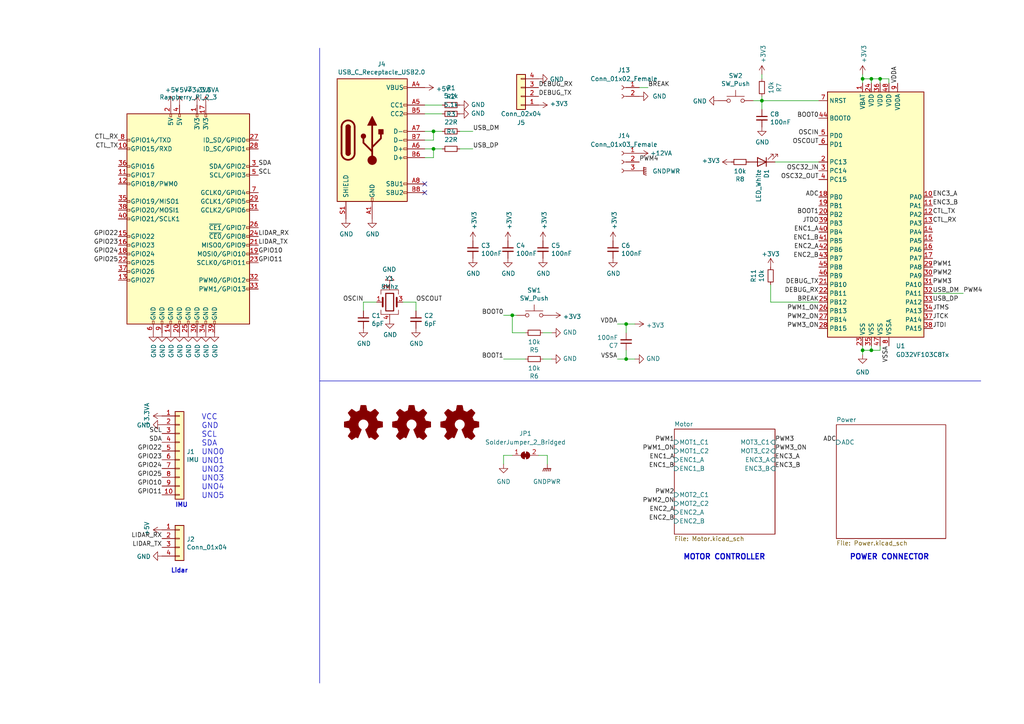
<source format=kicad_sch>
(kicad_sch (version 20230121) (generator eeschema)
  (paper "A4")
  (lib_symbols
    (symbol "BaseBoard-rescue:USB_C_Receptacle_USB2.0-Connector" (pin_names (offset 1.016))
      (property "Reference" "J" (at -10.16 19.05 0))
      (property "Value" "USB_C_Receptacle_USB2.0-Connector" (at 19.05 19.05 0))
      (symbol "USB_C_Receptacle_USB2.0-Connector_1_1"
        (pin power_in line (at 0 -22.86 90) (length 5.08) (name "GND") (number "A1"))
        (pin passive line (at 0 -22.86 90) (length 5.08) hide (name "GND") (number "A12"))
        (pin power_in line (at 15.24 15.24 180) (length 5.08) (name "VBUS") (number "A4"))
        (pin bidirectional line (at 15.24 10.16 180) (length 5.08) (name "CC1") (number "A5"))
        (pin bidirectional line (at 15.24 -2.54 180) (length 5.08) (name "D+") (number "A6"))
        (pin bidirectional line (at 15.24 2.54 180) (length 5.08) (name "D-") (number "A7"))
        (pin bidirectional line (at 15.24 -12.7 180) (length 5.08) (name "SBU1") (number "A8"))
        (pin passive line (at 15.24 15.24 180) (length 5.08) hide (name "VBUS") (number "A9"))
        (pin passive line (at 0 -22.86 90) (length 5.08) hide (name "GND") (number "B1"))
        (pin passive line (at 0 -22.86 90) (length 5.08) hide (name "GND") (number "B12"))
        (pin passive line (at 15.24 15.24 180) (length 5.08) hide (name "VBUS") (number "B4"))
        (pin bidirectional line (at 15.24 7.62 180) (length 5.08) (name "CC2") (number "B5"))
        (pin bidirectional line (at 15.24 -5.08 180) (length 5.08) (name "D+") (number "B6"))
        (pin bidirectional line (at 15.24 0 180) (length 5.08) (name "D-") (number "B7"))
        (pin bidirectional line (at 15.24 -15.24 180) (length 5.08) (name "SBU2") (number "B8"))
        (pin passive line (at 15.24 15.24 180) (length 5.08) hide (name "VBUS") (number "B9"))
        (pin passive line (at -7.62 -22.86 90) (length 5.08) (name "SHIELD") (number "S1"))
      )
    )
    (symbol "Connector:Conn_01x02_Female" (pin_names (offset 1.016) hide)
      (property "Reference" "J" (at 0 2.54 0))
      (property "Value" "Conn_01x02_Female" (at 0 -5.08 0))
      (symbol "Conn_01x02_Female_1_1"
        (pin passive line (at -5.08 0 0) (length 3.81) (name "Pin_1") (number "1"))
        (pin passive line (at -5.08 -2.54 0) (length 3.81) (name "Pin_2") (number "2"))
      )
    )
    (symbol "Connector:Conn_01x03_Female" (pin_names (offset 1.016) hide)
      (property "Reference" "J" (at 0 5.08 0))
      (property "Value" "Conn_01x03_Female" (at 0 -5.08 0))
      (symbol "Conn_01x03_Female_1_1"
        (pin passive line (at -5.08 2.54 0) (length 3.81) (name "Pin_1") (number "1"))
        (pin passive line (at -5.08 0 0) (length 3.81) (name "Pin_2") (number "2"))
        (pin passive line (at -5.08 -2.54 0) (length 3.81) (name "Pin_3") (number "3"))
      )
    )
    (symbol "Connector:Raspberry_Pi_2_3" (pin_names (offset 1.016))
      (property "Reference" "J" (at -17.78 31.75 0))
      (property "Value" "Raspberry_Pi_2_3" (at 10.16 -31.75 0))
      (symbol "Raspberry_Pi_2_3_1_1"
        (pin power_in line (at 2.54 33.02 270) (length 2.54) (name "3V3") (number "1"))
        (pin bidirectional line (at -20.32 20.32 0) (length 2.54) (name "GPIO15/RXD") (number "10"))
        (pin bidirectional line (at -20.32 12.7 0) (length 2.54) (name "GPIO17") (number "11"))
        (pin bidirectional line (at -20.32 10.16 0) (length 2.54) (name "GPIO18/PWM0") (number "12"))
        (pin bidirectional line (at -20.32 -17.78 0) (length 2.54) (name "GPIO27") (number "13"))
        (pin power_in line (at -5.08 -33.02 90) (length 2.54) (name "GND") (number "14"))
        (pin bidirectional line (at -20.32 -5.08 0) (length 2.54) (name "GPIO22") (number "15"))
        (pin bidirectional line (at -20.32 -7.62 0) (length 2.54) (name "GPIO23") (number "16"))
        (pin power_in line (at 5.08 33.02 270) (length 2.54) (name "3V3") (number "17"))
        (pin bidirectional line (at -20.32 -10.16 0) (length 2.54) (name "GPIO24") (number "18"))
        (pin bidirectional line (at 20.32 -10.16 180) (length 2.54) (name "MOSI0/GPIO10") (number "19"))
        (pin power_in line (at -5.08 33.02 270) (length 2.54) (name "5V") (number "2"))
        (pin power_in line (at -2.54 -33.02 90) (length 2.54) (name "GND") (number "20"))
        (pin bidirectional line (at 20.32 -7.62 180) (length 2.54) (name "MISO0/GPIO9") (number "21"))
        (pin bidirectional line (at -20.32 -12.7 0) (length 2.54) (name "GPIO25") (number "22"))
        (pin bidirectional line (at 20.32 -12.7 180) (length 2.54) (name "SCLK0/GPIO11") (number "23"))
        (pin bidirectional line (at 20.32 -5.08 180) (length 2.54) (name "~{CE0}/GPIO8") (number "24"))
        (pin power_in line (at 0 -33.02 90) (length 2.54) (name "GND") (number "25"))
        (pin bidirectional line (at 20.32 -2.54 180) (length 2.54) (name "~{CE1}/GPIO7") (number "26"))
        (pin bidirectional line (at 20.32 22.86 180) (length 2.54) (name "ID_SD/GPIO0") (number "27"))
        (pin bidirectional line (at 20.32 20.32 180) (length 2.54) (name "ID_SC/GPIO1") (number "28"))
        (pin bidirectional line (at 20.32 5.08 180) (length 2.54) (name "GCLK1/GPIO5") (number "29"))
        (pin bidirectional line (at 20.32 15.24 180) (length 2.54) (name "SDA/GPIO2") (number "3"))
        (pin power_in line (at 2.54 -33.02 90) (length 2.54) (name "GND") (number "30"))
        (pin bidirectional line (at 20.32 2.54 180) (length 2.54) (name "GCLK2/GPIO6") (number "31"))
        (pin bidirectional line (at 20.32 -17.78 180) (length 2.54) (name "PWM0/GPIO12") (number "32"))
        (pin bidirectional line (at 20.32 -20.32 180) (length 2.54) (name "PWM1/GPIO13") (number "33"))
        (pin power_in line (at 5.08 -33.02 90) (length 2.54) (name "GND") (number "34"))
        (pin bidirectional line (at -20.32 5.08 0) (length 2.54) (name "GPIO19/MISO1") (number "35"))
        (pin bidirectional line (at -20.32 15.24 0) (length 2.54) (name "GPIO16") (number "36"))
        (pin bidirectional line (at -20.32 -15.24 0) (length 2.54) (name "GPIO26") (number "37"))
        (pin bidirectional line (at -20.32 2.54 0) (length 2.54) (name "GPIO20/MOSI1") (number "38"))
        (pin power_in line (at 7.62 -33.02 90) (length 2.54) (name "GND") (number "39"))
        (pin power_in line (at -2.54 33.02 270) (length 2.54) (name "5V") (number "4"))
        (pin bidirectional line (at -20.32 0 0) (length 2.54) (name "GPIO21/SCLK1") (number "40"))
        (pin bidirectional line (at 20.32 12.7 180) (length 2.54) (name "SCL/GPIO3") (number "5"))
        (pin power_in line (at -10.16 -33.02 90) (length 2.54) (name "GND") (number "6"))
        (pin bidirectional line (at 20.32 7.62 180) (length 2.54) (name "GCLK0/GPIO4") (number "7"))
        (pin bidirectional line (at -20.32 22.86 0) (length 2.54) (name "GPIO14/TXD") (number "8"))
        (pin power_in line (at -7.62 -33.02 90) (length 2.54) (name "GND") (number "9"))
      )
    )
    (symbol "Connector_Generic:Conn_01x04" (pin_names (offset 1.016) hide)
      (property "Reference" "J" (at 0 5.08 0))
      (property "Value" "Conn_01x04" (at 0 -7.62 0))
      (symbol "Conn_01x04_1_1"
        (pin passive line (at -5.08 2.54 0) (length 3.81) (name "Pin_1") (number "1"))
        (pin passive line (at -5.08 0 0) (length 3.81) (name "Pin_2") (number "2"))
        (pin passive line (at -5.08 -2.54 0) (length 3.81) (name "Pin_3") (number "3"))
        (pin passive line (at -5.08 -5.08 0) (length 3.81) (name "Pin_4") (number "4"))
      )
    )
    (symbol "Connector_Generic:Conn_01x10" (pin_names (offset 1.016) hide)
      (property "Reference" "J" (at 0 12.7 0))
      (property "Value" "Conn_01x10" (at 0 -15.24 0))
      (symbol "Conn_01x10_1_1"
        (pin passive line (at -5.08 10.16 0) (length 3.81) (name "Pin_1") (number "1"))
        (pin passive line (at -5.08 -12.7 0) (length 3.81) (name "Pin_10") (number "10"))
        (pin passive line (at -5.08 7.62 0) (length 3.81) (name "Pin_2") (number "2"))
        (pin passive line (at -5.08 5.08 0) (length 3.81) (name "Pin_3") (number "3"))
        (pin passive line (at -5.08 2.54 0) (length 3.81) (name "Pin_4") (number "4"))
        (pin passive line (at -5.08 0 0) (length 3.81) (name "Pin_5") (number "5"))
        (pin passive line (at -5.08 -2.54 0) (length 3.81) (name "Pin_6") (number "6"))
        (pin passive line (at -5.08 -5.08 0) (length 3.81) (name "Pin_7") (number "7"))
        (pin passive line (at -5.08 -7.62 0) (length 3.81) (name "Pin_8") (number "8"))
        (pin passive line (at -5.08 -10.16 0) (length 3.81) (name "Pin_9") (number "9"))
      )
    )
    (symbol "Device:C_Small" (pin_numbers hide) (pin_names (offset 0.254) hide)
      (property "Reference" "C" (at 0.254 1.778 0))
      (property "Value" "C_Small" (at 0.254 -2.032 0))
      (symbol "C_Small_1_1"
        (pin passive line (at 0 2.54 270) (length 2.032) (name "~") (number "1"))
        (pin passive line (at 0 -2.54 90) (length 2.032) (name "~") (number "2"))
      )
    )
    (symbol "Device:Crystal_GND24" (pin_names (offset 1.016) hide)
      (property "Reference" "Y" (at 3.175 5.08 0))
      (property "Value" "Crystal_GND24" (at 3.175 3.175 0))
      (symbol "Crystal_GND24_1_1"
        (pin passive line (at -3.81 0 0) (length 1.27) (name "1") (number "1"))
        (pin passive line (at 0 5.08 270) (length 1.27) (name "2") (number "2"))
        (pin passive line (at 3.81 0 180) (length 1.27) (name "3") (number "3"))
        (pin passive line (at 0 -5.08 90) (length 1.27) (name "4") (number "4"))
      )
    )
    (symbol "Device:LED" (pin_numbers hide) (pin_names (offset 1.016) hide)
      (property "Reference" "D" (at 0 2.54 0))
      (property "Value" "LED" (at 0 -2.54 0))
      (symbol "LED_1_1"
        (pin passive line (at -3.81 0 0) (length 2.54) (name "K") (number "1"))
        (pin passive line (at 3.81 0 180) (length 2.54) (name "A") (number "2"))
      )
    )
    (symbol "Device:R_Small" (pin_numbers hide) (pin_names (offset 0.254) hide)
      (property "Reference" "R" (at 0.762 0.508 0))
      (property "Value" "R_Small" (at 0.762 -1.016 0))
      (symbol "R_Small_1_1"
        (pin passive line (at 0 2.54 270) (length 0.762) (name "~") (number "1"))
        (pin passive line (at 0 -2.54 90) (length 0.762) (name "~") (number "2"))
      )
    )
    (symbol "Graphic:Logo_Open_Hardware_Small" (pin_names (offset 1.016)))
    (symbol "Jumper:SolderJumper_2_Bridged" (pin_names (offset 0) hide)
      (property "Reference" "JP" (at 0 2.032 0))
      (property "Value" "SolderJumper_2_Bridged" (at 0 -2.54 0))
      (symbol "SolderJumper_2_Bridged_1_1"
        (pin passive line (at -3.81 0 0) (length 2.54) (name "A") (number "1"))
        (pin passive line (at 3.81 0 180) (length 2.54) (name "B") (number "2"))
      )
    )
    (symbol "MCU_ST_STM32F1:STM32F103C8Tx"
      (property "Reference" "U" (at -15.24 36.83 0))
      (property "Value" "STM32F103C8Tx" (at 7.62 36.83 0))
      (symbol "STM32F103C8Tx_1_1"
        (pin power_in line (at -5.08 38.1 270) (length 2.54) (name "VBAT") (number "1"))
        (pin bidirectional line (at 15.24 5.08 180) (length 2.54) (name "PA0") (number "10"))
        (pin bidirectional line (at 15.24 2.54 180) (length 2.54) (name "PA1") (number "11"))
        (pin bidirectional line (at 15.24 0 180) (length 2.54) (name "PA2") (number "12"))
        (pin bidirectional line (at 15.24 -2.54 180) (length 2.54) (name "PA3") (number "13"))
        (pin bidirectional line (at 15.24 -5.08 180) (length 2.54) (name "PA4") (number "14"))
        (pin bidirectional line (at 15.24 -7.62 180) (length 2.54) (name "PA5") (number "15"))
        (pin bidirectional line (at 15.24 -10.16 180) (length 2.54) (name "PA6") (number "16"))
        (pin bidirectional line (at 15.24 -12.7 180) (length 2.54) (name "PA7") (number "17"))
        (pin bidirectional line (at -17.78 5.08 0) (length 2.54) (name "PB0") (number "18"))
        (pin bidirectional line (at -17.78 2.54 0) (length 2.54) (name "PB1") (number "19"))
        (pin bidirectional line (at -17.78 15.24 0) (length 2.54) (name "PC13") (number "2"))
        (pin bidirectional line (at -17.78 0 0) (length 2.54) (name "PB2") (number "20"))
        (pin bidirectional line (at -17.78 -20.32 0) (length 2.54) (name "PB10") (number "21"))
        (pin bidirectional line (at -17.78 -22.86 0) (length 2.54) (name "PB11") (number "22"))
        (pin power_in line (at -5.08 -38.1 90) (length 2.54) (name "VSS") (number "23"))
        (pin power_in line (at -2.54 38.1 270) (length 2.54) (name "VDD") (number "24"))
        (pin bidirectional line (at -17.78 -25.4 0) (length 2.54) (name "PB12") (number "25"))
        (pin bidirectional line (at -17.78 -27.94 0) (length 2.54) (name "PB13") (number "26"))
        (pin bidirectional line (at -17.78 -30.48 0) (length 2.54) (name "PB14") (number "27"))
        (pin bidirectional line (at -17.78 -33.02 0) (length 2.54) (name "PB15") (number "28"))
        (pin bidirectional line (at 15.24 -15.24 180) (length 2.54) (name "PA8") (number "29"))
        (pin bidirectional line (at -17.78 12.7 0) (length 2.54) (name "PC14") (number "3"))
        (pin bidirectional line (at 15.24 -17.78 180) (length 2.54) (name "PA9") (number "30"))
        (pin bidirectional line (at 15.24 -20.32 180) (length 2.54) (name "PA10") (number "31"))
        (pin bidirectional line (at 15.24 -22.86 180) (length 2.54) (name "PA11") (number "32"))
        (pin bidirectional line (at 15.24 -25.4 180) (length 2.54) (name "PA12") (number "33"))
        (pin bidirectional line (at 15.24 -27.94 180) (length 2.54) (name "PA13") (number "34"))
        (pin power_in line (at -2.54 -38.1 90) (length 2.54) (name "VSS") (number "35"))
        (pin power_in line (at 0 38.1 270) (length 2.54) (name "VDD") (number "36"))
        (pin bidirectional line (at 15.24 -30.48 180) (length 2.54) (name "PA14") (number "37"))
        (pin bidirectional line (at 15.24 -33.02 180) (length 2.54) (name "PA15") (number "38"))
        (pin bidirectional line (at -17.78 -2.54 0) (length 2.54) (name "PB3") (number "39"))
        (pin bidirectional line (at -17.78 10.16 0) (length 2.54) (name "PC15") (number "4"))
        (pin bidirectional line (at -17.78 -5.08 0) (length 2.54) (name "PB4") (number "40"))
        (pin bidirectional line (at -17.78 -7.62 0) (length 2.54) (name "PB5") (number "41"))
        (pin bidirectional line (at -17.78 -10.16 0) (length 2.54) (name "PB6") (number "42"))
        (pin bidirectional line (at -17.78 -12.7 0) (length 2.54) (name "PB7") (number "43"))
        (pin input line (at -17.78 27.94 0) (length 2.54) (name "BOOT0") (number "44"))
        (pin bidirectional line (at -17.78 -15.24 0) (length 2.54) (name "PB8") (number "45"))
        (pin bidirectional line (at -17.78 -17.78 0) (length 2.54) (name "PB9") (number "46"))
        (pin power_in line (at 0 -38.1 90) (length 2.54) (name "VSS") (number "47"))
        (pin power_in line (at 2.54 38.1 270) (length 2.54) (name "VDD") (number "48"))
        (pin input line (at -17.78 22.86 0) (length 2.54) (name "PD0") (number "5"))
        (pin input line (at -17.78 20.32 0) (length 2.54) (name "PD1") (number "6"))
        (pin input line (at -17.78 33.02 0) (length 2.54) (name "NRST") (number "7"))
        (pin power_in line (at 2.54 -38.1 90) (length 2.54) (name "VSSA") (number "8"))
        (pin power_in line (at 5.08 38.1 270) (length 2.54) (name "VDDA") (number "9"))
      )
    )
    (symbol "Switch:SW_Push" (pin_numbers hide) (pin_names (offset 1.016) hide)
      (property "Reference" "SW" (at 1.27 2.54 0))
      (property "Value" "SW_Push" (at 0 -1.524 0))
      (symbol "SW_Push_0_1"
        (pin passive line (at -5.08 0 0) (length 2.54) (name "1") (number "1"))
        (pin passive line (at 5.08 0 180) (length 2.54) (name "2") (number "2"))
      )
    )
    (symbol "power:+12VA" (power) (pin_names (offset 0))
      (property "Value" "+12VA" (at 0 3.556 0))
      (symbol "+12VA_1_1"
        (pin power_in line (at 0 0 90) (length 0) hide (name "+12VA") (number "1"))
      )
    )
    (symbol "power:+3.3V" (power) (pin_names (offset 0))
      (property "Value" "+3.3V" (at 0 3.556 0))
      (symbol "+3.3V_1_1"
        (pin power_in line (at 0 0 90) (length 0) hide (name "+3V3") (number "1"))
      )
    )
    (symbol "power:+3.3VA" (power) (pin_names (offset 0))
      (property "Value" "+3.3VA" (at 0 3.556 0))
      (symbol "+3.3VA_1_1"
        (pin power_in line (at 0 0 90) (length 0) hide (name "+3.3VA") (number "1"))
      )
    )
    (symbol "power:+5V" (power) (pin_names (offset 0))
      (property "Value" "+5V" (at 0 3.556 0))
      (symbol "+5V_1_1"
        (pin power_in line (at 0 0 90) (length 0) hide (name "+5V") (number "1"))
      )
    )
    (symbol "power:GND" (power) (pin_names (offset 0))
      (property "Value" "GND" (at 0 -3.81 0))
      (symbol "GND_1_1"
        (pin power_in line (at 0 0 270) (length 0) hide (name "GND") (number "1"))
      )
    )
    (symbol "power:GNDPWR" (power) (pin_names (offset 0))
      (property "Value" "GNDPWR" (at 0 -3.302 0))
      (symbol "GNDPWR_1_1"
        (pin power_in line (at 0 0 270) (length 0) hide (name "GNDPWR") (number "1"))
      )
    )
  )
  (junction (at 125.73 38.1))
  (junction (at 148.59 91.44))
  (junction (at 125.73 43.18))
  (junction (at 220.98 29.21))
  (junction (at 252.73 101.6))
  (junction (at 181.61 104.14))
  (junction (at 255.27 22.86))
  (junction (at 181.61 93.98))
  (junction (at 250.19 101.6))
  (junction (at 250.19 22.86))
  (junction (at 252.73 22.86))
  (no_connect (at 123.19 55.88))
  (no_connect (at 123.19 53.34))
  (wire (pts (xy 220.98 31.75) (xy 220.98 29.21)))
  (wire (pts (xy 146.05 104.14) (xy 152.4 104.14)))
  (wire (pts (xy 255.27 100.33) (xy 255.27 101.6)))
  (wire (pts (xy 125.73 45.72) (xy 125.73 43.18)))
  (wire (pts (xy 125.73 38.1) (xy 128.27 38.1)))
  (wire (pts (xy 181.61 93.98) (xy 184.15 93.98)))
  (wire (pts (xy 120.65 87.63) (xy 120.65 90.17)))
  (wire (pts (xy 187.96 25.4) (xy 185.42 25.4)))
  (polyline (pts (xy 92.71 110.49) (xy 284.48 110.49)))
  (wire (pts (xy 157.48 96.52) (xy 160.02 96.52)))
  (wire (pts (xy 181.61 101.6) (xy 181.61 104.14)))
  (wire (pts (xy 158.75 132.08) (xy 158.75 134.62)))
  (wire (pts (xy 146.05 91.44) (xy 148.59 91.44)))
  (wire (pts (xy 179.07 93.98) (xy 181.61 93.98)))
  (wire (pts (xy 148.59 96.52) (xy 152.4 96.52)))
  (wire (pts (xy 148.59 91.44) (xy 148.59 96.52)))
  (wire (pts (xy 146.05 134.62) (xy 146.05 132.08)))
  (wire (pts (xy 255.27 22.86) (xy 257.81 22.86)))
  (wire (pts (xy 250.19 22.86) (xy 252.73 22.86)))
  (wire (pts (xy 220.98 29.21) (xy 218.44 29.21)))
  (wire (pts (xy 181.61 96.52) (xy 181.61 93.98)))
  (wire (pts (xy 156.21 132.08) (xy 158.75 132.08)))
  (wire (pts (xy 123.19 43.18) (xy 125.73 43.18)))
  (wire (pts (xy 220.98 27.94) (xy 220.98 29.21)))
  (wire (pts (xy 250.19 22.86) (xy 250.19 24.13)))
  (wire (pts (xy 146.05 132.08) (xy 148.59 132.08)))
  (polyline (pts (xy 92.71 13.97) (xy 92.71 198.12)))
  (wire (pts (xy 157.48 104.14) (xy 160.02 104.14)))
  (wire (pts (xy 252.73 22.86) (xy 255.27 22.86)))
  (wire (pts (xy 250.19 101.6) (xy 252.73 101.6)))
  (wire (pts (xy 220.98 22.86) (xy 220.98 21.59)))
  (wire (pts (xy 252.73 22.86) (xy 252.73 24.13)))
  (wire (pts (xy 133.35 38.1) (xy 137.16 38.1)))
  (wire (pts (xy 116.84 87.63) (xy 120.65 87.63)))
  (wire (pts (xy 123.19 40.64) (xy 125.73 40.64)))
  (wire (pts (xy 109.22 87.63) (xy 105.41 87.63)))
  (wire (pts (xy 250.19 101.6) (xy 250.19 100.33)))
  (wire (pts (xy 252.73 100.33) (xy 252.73 101.6)))
  (wire (pts (xy 237.49 87.63) (xy 223.52 87.63)))
  (wire (pts (xy 123.19 45.72) (xy 125.73 45.72)))
  (wire (pts (xy 123.19 33.02) (xy 128.27 33.02)))
  (wire (pts (xy 179.07 104.14) (xy 181.61 104.14)))
  (wire (pts (xy 148.59 91.44) (xy 149.86 91.44)))
  (wire (pts (xy 257.81 22.86) (xy 257.81 24.13)))
  (wire (pts (xy 250.19 22.86) (xy 250.19 21.59)))
  (wire (pts (xy 255.27 22.86) (xy 255.27 24.13)))
  (wire (pts (xy 105.41 87.63) (xy 105.41 90.17)))
  (wire (pts (xy 181.61 104.14) (xy 184.15 104.14)))
  (wire (pts (xy 223.52 87.63) (xy 223.52 82.55)))
  (wire (pts (xy 123.19 30.48) (xy 128.27 30.48)))
  (wire (pts (xy 133.35 43.18) (xy 137.16 43.18)))
  (wire (pts (xy 125.73 43.18) (xy 128.27 43.18)))
  (wire (pts (xy 123.19 38.1) (xy 125.73 38.1)))
  (wire (pts (xy 220.98 29.21) (xy 237.49 29.21)))
  (wire (pts (xy 255.27 101.6) (xy 252.73 101.6)))
  (wire (pts (xy 250.19 101.6) (xy 250.19 102.87)))
  (wire (pts (xy 224.79 46.99) (xy 237.49 46.99)))
  (wire (pts (xy 125.73 40.64) (xy 125.73 38.1)))
  (wire (pts (xy 270.51 85.09) (xy 279.4 85.09)))
  (text "VCC\nGND\nSCL\nSDA\nUNO0\nUNO1\nUNO2\nUNO3\nUNO4\nUNO5" (at 58.42 144.78 0) (effects (font (size 1.5748 1.5748)) (justify left bottom)))
  (text "MOTOR CONTROLLER" (at 198.12 162.56 0) (effects (font (size 1.5494 1.5494) (thickness 0.3099) bold) (justify left bottom)))
  (text "POWER CONNECTOR" (at 246.38 162.56 0) (effects (font (size 1.5494 1.5494) (thickness 0.3099) bold) (justify left bottom)))
  (text "IMU\n" (at 50.8 147.32 0) (effects (font (size 1.27 1.27) (thickness 0.254) bold) (justify left bottom)))
  (text "Lidar\n" (at 49.53 166.37 0) (effects (font (size 1.27 1.27) (thickness 0.254) bold) (justify left bottom)))
  (label "GPIO22" (at 46.99 130.81 180))
  (label "PWM3_ON" (at 224.79 130.81 0))
  (label "BREAK" (at 187.96 25.4 0))
  (label "PWM2" (at 270.51 80.01 0))
  (label "CTL_TX" (at 34.29 43.18 180))
  (label "CTL_RX" (at 270.51 64.77 0))
  (label "OSC32_IN" (at 237.49 49.53 180))
  (label "JTMS" (at 270.51 90.17 0))
  (label "GPIO22" (at 34.29 68.58 180))
  (label "JTDO" (at 237.49 64.77 180))
  (label "BOOT0" (at 146.05 91.44 180))
  (label "PWM1_ON" (at 195.58 130.81 180))
  (label "VDDA" (at 260.35 24.13 90))
  (label "SDA" (at 46.99 128.27 180))
  (label "OSCIN" (at 105.41 87.63 180))
  (label "PWM4" (at 279.4 85.09 0))
  (label "USB_DM" (at 270.51 85.09 0))
  (label "PWM2_ON" (at 195.58 146.05 180))
  (label "PWM2_ON" (at 237.49 92.71 180))
  (label "PWM1" (at 270.51 77.47 0))
  (label "VSSA" (at 257.81 100.33 270))
  (label "OSCIN" (at 237.49 39.37 180))
  (label "SCL" (at 74.93 50.8 0))
  (label "LIDAR_TX" (at 74.93 71.12 0))
  (label "BOOT1" (at 237.49 62.23 180))
  (label "ENC1_B" (at 237.49 69.85 180))
  (label "USB_DP" (at 137.16 43.18 0))
  (label "OSCOUT" (at 120.65 87.63 0))
  (label "PWM4" (at 185.42 46.99 0))
  (label "ENC3_B" (at 224.79 135.89 0))
  (label "ENC2_A" (at 237.49 72.39 180))
  (label "PWM1_ON" (at 237.49 90.17 180))
  (label "PWM1" (at 195.58 128.27 180))
  (label "GPIO11" (at 74.93 76.2 0))
  (label "PWM3" (at 270.51 82.55 0))
  (label "GPIO25" (at 34.29 76.2 180))
  (label "GPIO25" (at 46.99 138.43 180))
  (label "OSC32_OUT" (at 237.49 52.07 180))
  (label "ENC3_A" (at 224.79 133.35 0))
  (label "GPIO23" (at 46.99 133.35 180))
  (label "JTDI" (at 270.51 95.25 0))
  (label "GPIO23" (at 34.29 71.12 180))
  (label "ENC2_B" (at 237.49 74.93 180))
  (label "VDDA" (at 179.07 93.98 180))
  (label "GPIO10" (at 74.93 73.66 0))
  (label "PWM3" (at 224.79 128.27 0))
  (label "USB_DP" (at 270.51 87.63 0))
  (label "BOOT0" (at 237.49 34.29 180))
  (label "LIDAR_RX" (at 74.93 68.58 0))
  (label "SDA" (at 74.93 48.26 0))
  (label "ADC" (at 242.57 128.27 180))
  (label "ENC2_B" (at 195.58 151.13 180))
  (label "ADC" (at 237.49 57.15 180))
  (label "VSSA" (at 179.07 104.14 180))
  (label "GPIO10" (at 46.99 140.97 180))
  (label "DEBUG_RX" (at 237.49 85.09 180))
  (label "PWM2" (at 195.58 143.51 180))
  (label "ENC3_A" (at 270.51 57.15 0))
  (label "PWM3_ON" (at 237.49 95.25 180))
  (label "CTL_RX" (at 34.29 40.64 180))
  (label "ENC2_A" (at 195.58 148.59 180))
  (label "LIDAR_TX" (at 46.99 158.75 180))
  (label "LIDAR_RX" (at 46.99 156.21 180))
  (label "ENC1_B" (at 195.58 135.89 180))
  (label "DEBUG_TX" (at 237.49 82.55 180))
  (label "BREAK" (at 237.49 87.63 180))
  (label "ENC1_A" (at 237.49 67.31 180))
  (label "OSCOUT" (at 237.49 41.91 180))
  (label "CTL_TX" (at 270.51 62.23 0))
  (label "USB_DM" (at 137.16 38.1 0))
  (label "GPIO11" (at 46.99 143.51 180))
  (label "DEBUG_RX" (at 156.21 25.4 0))
  (label "ENC3_B" (at 270.51 59.69 0))
  (label "GPIO24" (at 34.29 73.66 180))
  (label "JTCK" (at 270.51 92.71 0))
  (label "ENC1_A" (at 195.58 133.35 180))
  (label "GPIO24" (at 46.99 135.89 180))
  (label "BOOT1" (at 146.05 104.14 180))
  (label "DEBUG_TX" (at 156.21 27.94 0))
  (label "SCL" (at 46.99 125.73 180))
  (symbol (lib_id "Connector:Raspberry_Pi_2_3") (at 54.61 63.5 0) (unit 1)
    (property "Reference" "J3" (at 54.61 25.8826 0))
    (property "Value" "Raspberry_Pi_2_3" (at 54.61 28.194 0))
    (property "Footprint" "Connector_PinSocket_2.54mm:PinSocket_2x20_P2.54mm_Vertical" (effects hide))
    (property "Datasheet" "https://www.raspberrypi.org/documentation/hardware/raspberrypi/schematics/rpi_SCH_3bplus_1p0_reduced.pdf" (effects hide))
  )
  (symbol (lib_id "power:GND") (at 46.99 123.19 270) (unit 1)
    (property "Reference" "#PWR04" (effects hide))
    (property "Value" "GND" (at 43.7388 123.317 90) (effects (justify right)))
  )
  (symbol (lib_id "power:+3.3VA") (at 46.99 120.65 90) (unit 1)
    (property "Reference" "#PWR03" (effects hide))
    (property "Value" "+3.3VA" (at 42.5958 120.269 0))
  )
  (symbol (lib_id "power:+5V") (at 49.53 30.48 0) (unit 1)
    (property "Reference" "#PWR07" (effects hide))
    (property "Value" "+5V" (at 49.911 26.0858 0))
  )
  (symbol (lib_id "power:+5V") (at 52.07 30.48 0) (unit 1)
    (property "Reference" "#PWR09" (effects hide))
    (property "Value" "+5V" (at 52.451 26.0858 0))
  )
  (symbol (lib_id "power:GND") (at 44.45 96.52 0) (unit 1)
    (property "Reference" "#PWR01" (effects hide))
    (property "Value" "GND" (at 44.577 99.7712 90) (effects (justify right)))
  )
  (symbol (lib_id "power:GND") (at 46.99 96.52 0) (unit 1)
    (property "Reference" "#PWR02" (effects hide))
    (property "Value" "GND" (at 47.117 99.7712 90) (effects (justify right)))
  )
  (symbol (lib_id "power:GND") (at 49.53 96.52 0) (unit 1)
    (property "Reference" "#PWR08" (effects hide))
    (property "Value" "GND" (at 49.657 99.7712 90) (effects (justify right)))
  )
  (symbol (lib_id "power:GND") (at 52.07 96.52 0) (unit 1)
    (property "Reference" "#PWR010" (effects hide))
    (property "Value" "GND" (at 52.197 99.7712 90) (effects (justify right)))
  )
  (symbol (lib_id "power:GND") (at 54.61 96.52 0) (unit 1)
    (property "Reference" "#PWR011" (effects hide))
    (property "Value" "GND" (at 54.737 99.7712 90) (effects (justify right)))
  )
  (symbol (lib_id "power:GND") (at 57.15 96.52 0) (unit 1)
    (property "Reference" "#PWR013" (effects hide))
    (property "Value" "GND" (at 57.277 99.7712 90) (effects (justify right)))
  )
  (symbol (lib_id "power:GND") (at 59.69 96.52 0) (unit 1)
    (property "Reference" "#PWR015" (effects hide))
    (property "Value" "GND" (at 59.817 99.7712 90) (effects (justify right)))
  )
  (symbol (lib_id "power:GND") (at 62.23 96.52 0) (unit 1)
    (property "Reference" "#PWR016" (effects hide))
    (property "Value" "GND" (at 62.357 99.7712 90) (effects (justify right)))
  )
  (symbol (lib_id "Device:Crystal_GND24") (at 113.03 87.63 0) (unit 1)
    (property "Reference" "Y1" (at 113.03 80.8228 0))
    (property "Value" "8Mhz" (at 113.03 83.1342 0))
    (property "Footprint" "Crystal:Crystal_SMD_3225-4Pin_3.2x2.5mm" (effects hide))
  )
  (symbol (lib_id "Connector_Generic:Conn_01x04") (at 151.13 27.94 180) (unit 1)
    (property "Reference" "J5" (at 151.13 35.56 0))
    (property "Value" "Conn_02x04" (at 151.13 33.02 0))
    (property "Footprint" "Connector_PinHeader_2.54mm:PinHeader_1x04_P2.54mm_Horizontal" (effects hide))
  )
  (symbol (lib_id "power:GND") (at 156.21 22.86 90) (mirror x) (unit 1)
    (property "Reference" "#PWR032" (effects hide))
    (property "Value" "GND" (at 159.4612 22.987 90) (effects (justify right)))
  )
  (symbol (lib_id "power:+3.3V") (at 156.21 30.48 270) (mirror x) (unit 1)
    (property "Reference" "#PWR033" (effects hide))
    (property "Value" "+3.3V" (at 159.4612 30.099 90) (effects (justify left)))
  )
  (symbol (lib_id "power:GND") (at 113.03 92.71 0) (unit 1)
    (property "Reference" "#PWR021" (effects hide))
    (property "Value" "GND" (at 113.157 97.1042 0))
  )
  (symbol (lib_id "power:GND") (at 113.03 82.55 180) (unit 1)
    (property "Reference" "#PWR020" (effects hide))
    (property "Value" "GND" (at 112.903 78.1558 0))
  )
  (symbol (lib_id "power:+3.3VA") (at 57.15 30.48 0) (unit 1)
    (property "Reference" "#PWR012" (effects hide))
    (property "Value" "+3.3VA" (at 57.531 26.0858 0))
  )
  (symbol (lib_id "power:+3.3VA") (at 59.69 30.48 0) (unit 1)
    (property "Reference" "#PWR014" (effects hide))
    (property "Value" "+3.3VA" (at 60.071 26.0858 0))
  )
  (symbol (lib_id "power:+5V") (at 123.19 25.4 270) (unit 1)
    (property "Reference" "#PWR023" (effects hide))
    (property "Value" "+5V" (at 126.4412 25.781 90) (effects (justify left)))
  )
  (symbol (lib_id "Connector_Generic:Conn_01x04") (at 52.07 156.21 0) (unit 1)
    (property "Reference" "J2" (at 54.102 156.4132 0) (effects (justify left)))
    (property "Value" "Conn_01x04" (at 54.102 158.7246 0) (effects (justify left)))
    (property "Footprint" "Connector_JST:JST_PH_S4B-PH-K_1x04_P2.00mm_Horizontal" (effects hide))
  )
  (symbol (lib_id "power:+5V") (at 46.99 153.67 90) (unit 1)
    (property "Reference" "#PWR05" (effects hide))
    (property "Value" "+5V" (at 42.5958 153.289 0))
  )
  (symbol (lib_id "power:GND") (at 46.99 161.29 270) (unit 1)
    (property "Reference" "#PWR06" (effects hide))
    (property "Value" "GND" (at 43.7388 161.417 90) (effects (justify right)))
  )
  (symbol (lib_id "BaseBoard-rescue:USB_C_Receptacle_USB2.0-Connector") (at 107.95 40.64 0) (unit 1)
    (property "Reference" "J4" (at 110.6678 18.6182 0))
    (property "Value" "USB_C_Receptacle_USB2.0" (at 110.6678 20.9296 0))
    (property "Footprint" "Connector_USB:USB_C_Receptacle_HRO_TYPE-C-31-M-12" (effects hide))
    (property "Datasheet" "https://www.usb.org/sites/default/files/documents/usb_type-c.zip" (effects hide))
  )
  (symbol (lib_id "Device:C_Small") (at 105.41 92.71 0) (unit 1)
    (property "Reference" "C1" (at 107.7468 91.5416 0) (effects (justify left)))
    (property "Value" "6pF" (at 107.7468 93.853 0) (effects (justify left)))
    (property "Footprint" "Capacitor_SMD:C_0805_2012Metric" (effects hide))
  )
  (symbol (lib_id "Device:C_Small") (at 120.65 92.71 0) (unit 1)
    (property "Reference" "C2" (at 122.9868 91.5416 0) (effects (justify left)))
    (property "Value" "6pF" (at 122.9868 93.853 0) (effects (justify left)))
    (property "Footprint" "Capacitor_SMD:C_0805_2012Metric" (effects hide))
  )
  (symbol (lib_id "power:GND") (at 105.41 95.25 0) (unit 1)
    (property "Reference" "#PWR018" (effects hide))
    (property "Value" "GND" (at 105.537 99.6442 0))
  )
  (symbol (lib_id "power:GND") (at 120.65 95.25 0) (unit 1)
    (property "Reference" "#PWR022" (effects hide))
    (property "Value" "GND" (at 120.777 99.6442 0))
  )
  (symbol (lib_id "Switch:SW_Push") (at 213.36 29.21 0) (mirror y) (unit 1)
    (property "Reference" "SW2" (at 213.36 21.971 0))
    (property "Value" "SW_Push" (at 213.36 24.2824 0))
    (property "Footprint" "User_Button_Switch:SW_SPST_EVQP7C-Single" (effects hide))
  )
  (symbol (lib_id "Switch:SW_Push") (at 154.94 91.44 0) (unit 1)
    (property "Reference" "SW1" (at 154.94 84.201 0))
    (property "Value" "SW_Push" (at 154.94 86.5124 0))
    (property "Footprint" "User_Button_Switch:SW_SPST_EVQP7C-Single" (effects hide))
  )
  (symbol (lib_id "Device:R_Small") (at 130.81 38.1 270) (unit 1)
    (property "Reference" "R3" (at 130.81 33.1216 90))
    (property "Value" "22R" (at 130.81 35.433 90))
    (property "Footprint" "Resistor_SMD:R_0805_2012Metric" (effects hide))
  )
  (symbol (lib_id "Device:R_Small") (at 130.81 43.18 270) (unit 1)
    (property "Reference" "R4" (at 130.81 38.2016 90))
    (property "Value" "22R" (at 130.81 40.513 90))
    (property "Footprint" "Resistor_SMD:R_0805_2012Metric" (effects hide))
  )
  (symbol (lib_id "Device:R_Small") (at 130.81 30.48 270) (unit 1)
    (property "Reference" "R1" (at 130.81 25.5016 90))
    (property "Value" "5.1k" (at 130.81 27.813 90))
    (property "Footprint" "Resistor_SMD:R_0805_2012Metric" (effects hide))
  )
  (symbol (lib_id "power:GND") (at 100.33 63.5 0) (unit 1)
    (property "Reference" "#PWR017" (effects hide))
    (property "Value" "GND" (at 100.457 67.8942 0))
  )
  (symbol (lib_id "power:GND") (at 107.95 63.5 0) (unit 1)
    (property "Reference" "#PWR019" (effects hide))
    (property "Value" "GND" (at 108.077 67.8942 0))
  )
  (symbol (lib_id "power:GND") (at 133.35 30.48 90) (unit 1)
    (property "Reference" "#PWR024" (effects hide))
    (property "Value" "GND" (at 136.6012 30.353 90) (effects (justify right)))
  )
  (symbol (lib_id "Device:R_Small") (at 220.98 25.4 180) (unit 1)
    (property "Reference" "R7" (at 225.9584 25.4 90))
    (property "Value" "10k" (at 223.647 25.4 90))
    (property "Footprint" "Resistor_SMD:R_0805_2012Metric" (effects hide))
  )
  (symbol (lib_id "Device:C_Small") (at 220.98 34.29 0) (unit 1)
    (property "Reference" "C8" (at 223.3168 33.1216 0) (effects (justify left)))
    (property "Value" "100nF" (at 223.3168 35.433 0) (effects (justify left)))
    (property "Footprint" "Capacitor_SMD:C_0805_2012Metric" (effects hide))
  )
  (symbol (lib_id "power:GND") (at 220.98 36.83 0) (unit 1)
    (property "Reference" "#PWR043" (effects hide))
    (property "Value" "GND" (at 221.107 41.2242 0))
  )
  (symbol (lib_id "power:GND") (at 208.28 29.21 270) (unit 1)
    (property "Reference" "#PWR041" (effects hide))
    (property "Value" "GND" (at 205.0288 29.337 90) (effects (justify right)))
  )
  (symbol (lib_id "power:GND") (at 160.02 96.52 90) (unit 1)
    (property "Reference" "#PWR035" (effects hide))
    (property "Value" "GND" (at 163.2712 96.393 90) (effects (justify right)))
  )
  (symbol (lib_id "power:+3.3V") (at 160.02 91.44 270) (unit 1)
    (property "Reference" "#PWR034" (effects hide))
    (property "Value" "+3.3V" (at 163.2712 91.821 90) (effects (justify left)))
  )
  (symbol (lib_id "Device:R_Small") (at 154.94 96.52 90) (unit 1)
    (property "Reference" "R5" (at 154.94 101.4984 90))
    (property "Value" "10k" (at 154.94 99.187 90))
    (property "Footprint" "Resistor_SMD:R_0805_2012Metric" (effects hide))
  )
  (symbol (lib_id "Device:R_Small") (at 154.94 104.14 90) (unit 1)
    (property "Reference" "R6" (at 154.94 109.1184 90))
    (property "Value" "10k" (at 154.94 106.807 90))
    (property "Footprint" "Resistor_SMD:R_0805_2012Metric" (effects hide))
  )
  (symbol (lib_id "power:GND") (at 160.02 104.14 90) (unit 1)
    (property "Reference" "#PWR036" (effects hide))
    (property "Value" "GND" (at 163.2712 104.013 90) (effects (justify right)))
  )
  (symbol (lib_id "Device:C_Small") (at 137.16 72.39 0) (unit 1)
    (property "Reference" "C3" (at 139.4968 71.2216 0) (effects (justify left)))
    (property "Value" "100nF" (at 139.4968 73.533 0) (effects (justify left)))
    (property "Footprint" "Capacitor_SMD:C_0805_2012Metric" (effects hide))
  )
  (symbol (lib_id "Device:C_Small") (at 147.32 72.39 0) (unit 1)
    (property "Reference" "C4" (at 149.6568 71.2216 0) (effects (justify left)))
    (property "Value" "100nF" (at 149.6568 73.533 0) (effects (justify left)))
    (property "Footprint" "Capacitor_SMD:C_0805_2012Metric" (effects hide))
  )
  (symbol (lib_id "Device:C_Small") (at 157.48 72.39 0) (unit 1)
    (property "Reference" "C5" (at 159.8168 71.2216 0) (effects (justify left)))
    (property "Value" "100nF" (at 159.8168 73.533 0) (effects (justify left)))
    (property "Footprint" "Capacitor_SMD:C_0805_2012Metric" (effects hide))
  )
  (symbol (lib_id "Device:C_Small") (at 181.61 99.06 180) (unit 1)
    (property "Reference" "C7" (at 179.2732 100.2284 0) (effects (justify left)))
    (property "Value" "100nF" (at 179.2732 97.917 0) (effects (justify left)))
    (property "Footprint" "Capacitor_SMD:C_0805_2012Metric" (effects hide))
  )
  (symbol (lib_id "power:GND") (at 137.16 74.93 0) (unit 1)
    (property "Reference" "#PWR027" (effects hide))
    (property "Value" "GND" (at 137.287 79.3242 0))
  )
  (symbol (lib_id "power:GND") (at 147.32 74.93 0) (unit 1)
    (property "Reference" "#PWR029" (effects hide))
    (property "Value" "GND" (at 147.447 79.3242 0))
  )
  (symbol (lib_id "power:GND") (at 157.48 74.93 0) (unit 1)
    (property "Reference" "#PWR031" (effects hide))
    (property "Value" "GND" (at 157.607 79.3242 0))
  )
  (symbol (lib_id "power:+3.3V") (at 137.16 69.85 0) (unit 1)
    (property "Reference" "#PWR026" (effects hide))
    (property "Value" "+3.3V" (at 137.541 66.5988 90) (effects (justify left)))
  )
  (symbol (lib_id "power:+3.3V") (at 147.32 69.85 0) (unit 1)
    (property "Reference" "#PWR028" (effects hide))
    (property "Value" "+3.3V" (at 147.701 66.5988 90) (effects (justify left)))
  )
  (symbol (lib_id "power:+3.3V") (at 157.48 69.85 0) (unit 1)
    (property "Reference" "#PWR030" (effects hide))
    (property "Value" "+3.3V" (at 157.861 66.5988 90) (effects (justify left)))
  )
  (symbol (lib_id "power:+3.3V") (at 184.15 93.98 270) (unit 1)
    (property "Reference" "#PWR039" (effects hide))
    (property "Value" "+3.3V" (at 187.4012 94.361 90) (effects (justify left)))
  )
  (symbol (lib_id "power:GND") (at 184.15 104.14 90) (unit 1)
    (property "Reference" "#PWR040" (effects hide))
    (property "Value" "GND" (at 187.4012 104.013 90) (effects (justify right)))
  )
  (symbol (lib_id "Device:R_Small") (at 214.63 46.99 90) (unit 1)
    (property "Reference" "R8" (at 214.63 51.9684 90))
    (property "Value" "10k" (at 214.63 49.657 90))
    (property "Footprint" "Resistor_SMD:R_0805_2012Metric" (effects hide))
  )
  (symbol (lib_id "Device:LED") (at 220.98 46.99 180) (unit 1)
    (property "Reference" "D1" (at 222.3262 49.022 90) (effects (justify left)))
    (property "Value" "LED_White" (at 220.0148 49.022 90) (effects (justify left)))
    (property "Footprint" "LED_SMD:LED_0805_2012Metric" (effects hide))
  )
  (symbol (lib_id "power:+3.3V") (at 212.09 46.99 90) (unit 1)
    (property "Reference" "#PWR044" (effects hide))
    (property "Value" "+3.3V" (at 208.8388 46.609 90) (effects (justify left)))
  )
  (symbol (lib_id "Device:C_Small") (at 177.8 72.39 0) (unit 1)
    (property "Reference" "C6" (at 180.1368 71.2216 0) (effects (justify left)))
    (property "Value" "100nF" (at 180.1368 73.533 0) (effects (justify left)))
    (property "Footprint" "Capacitor_SMD:C_0805_2012Metric" (effects hide))
  )
  (symbol (lib_id "power:GND") (at 177.8 74.93 0) (unit 1)
    (property "Reference" "#PWR038" (effects hide))
    (property "Value" "GND" (at 177.927 79.3242 0))
  )
  (symbol (lib_id "power:+3.3V") (at 177.8 69.85 0) (unit 1)
    (property "Reference" "#PWR037" (effects hide))
    (property "Value" "+3.3V" (at 178.181 66.5988 90) (effects (justify left)))
  )
  (symbol (lib_id "Device:R_Small") (at 130.81 33.02 270) (unit 1)
    (property "Reference" "R2" (at 130.81 28.0416 90))
    (property "Value" "5.1k" (at 130.81 30.353 90))
    (property "Footprint" "Resistor_SMD:R_0805_2012Metric" (effects hide))
  )
  (symbol (lib_id "power:GND") (at 133.35 33.02 90) (unit 1)
    (property "Reference" "#PWR025" (effects hide))
    (property "Value" "GND" (at 136.6012 32.893 90) (effects (justify right)))
  )
  (symbol (lib_id "Connector:Conn_01x03_Female") (at 180.34 46.99 0) (mirror y) (unit 1)
    (property "Reference" "J14" (at 180.975 39.37 0))
    (property "Value" "Conn_01x03_Female" (at 180.975 41.91 0))
    (property "Footprint" "Connector_JST:JST_PH_S3B-PH-K_1x03_P2.00mm_Horizontal" (effects hide))
  )
  (symbol (lib_id "Device:R_Small") (at 223.52 80.01 0) (unit 1)
    (property "Reference" "R11" (at 218.5416 80.01 90))
    (property "Value" "10k" (at 220.853 80.01 90))
    (property "Footprint" "Resistor_SMD:R_0805_2012Metric" (effects hide))
  )
  (symbol (lib_id "power:+3.3V") (at 220.98 21.59 0) (unit 1)
    (property "Reference" "#PWR0101" (effects hide))
    (property "Value" "+3.3V" (at 221.361 18.3388 90) (effects (justify left)))
  )
  (symbol (lib_id "power:GNDPWR") (at 185.42 49.53 90) (unit 1)
    (property "Reference" "#PWR0115" (effects hide))
    (property "Value" "GNDPWR" (at 189.23 49.6569 90) (effects (justify right)))
  )
  (symbol (lib_id "Graphic:Logo_Open_Hardware_Small") (at 105.41 123.19 0) (unit 1)
    (property "Reference" "LOGO1" (effects hide))
    (property "Value" "Logo_ROS" (effects hide))
    (property "Footprint" "User_Symbol:ROS_LOGO_20x6" (effects hide))
  )
  (symbol (lib_id "power:GND") (at 250.19 102.87 0) (unit 1)
    (property "Reference" "#PWR0103" (effects hide))
    (property "Value" "GND" (at 250.19 107.95 0))
  )
  (symbol (lib_id "power:+3.3V") (at 223.52 77.47 0) (unit 1)
    (property "Reference" "#PWR0113" (effects hide))
    (property "Value" "+3.3V" (at 223.52 73.66 0))
  )
  (symbol (lib_id "power:GND") (at 185.42 27.94 90) (unit 1)
    (property "Reference" "#PWR0112" (effects hide))
    (property "Value" "GND" (at 189.23 27.9399 90) (effects (justify right)))
  )
  (symbol (lib_id "Graphic:Logo_Open_Hardware_Small") (at 119.38 123.19 0) (unit 1)
    (property "Reference" "LOGO2" (effects hide))
    (property "Value" "Logo_Linux" (effects hide))
    (property "Footprint" "User_Symbol:Linux_12x12" (effects hide))
  )
  (symbol (lib_id "power:+12VA") (at 185.42 44.45 270) (unit 1)
    (property "Reference" "#PWR0114" (effects hide))
    (property "Value" "+12VA" (at 191.77 44.45 90))
  )
  (symbol (lib_id "Connector_Generic:Conn_01x10") (at 52.07 130.81 0) (unit 1)
    (property "Reference" "J1" (at 54.102 131.0132 0) (effects (justify left)))
    (property "Value" "IMU" (at 54.102 133.3246 0) (effects (justify left)))
    (property "Footprint" "Connector_PinSocket_2.54mm:PinSocket_1x10_P2.54mm_Vertical" (effects hide))
  )
  (symbol (lib_id "power:GNDPWR") (at 158.75 134.62 0) (unit 1)
    (property "Reference" "#PWR0104" (effects hide))
    (property "Value" "GNDPWR" (at 158.623 139.7 0))
  )
  (symbol (lib_id "power:GND") (at 146.05 134.62 0) (unit 1)
    (property "Reference" "#PWR0105" (effects hide))
    (property "Value" "GND" (at 146.05 139.7 0))
  )
  (symbol (lib_id "Connector:Conn_01x02_Female") (at 180.34 25.4 0) (mirror y) (unit 1)
    (property "Reference" "J13" (at 180.975 20.32 0))
    (property "Value" "Conn_01x02_Female" (at 180.975 22.86 0))
    (property "Footprint" "Connector_JST:JST_PH_S2B-PH-K_1x02_P2.00mm_Horizontal" (effects hide))
  )
  (symbol (lib_id "power:+3.3V") (at 250.19 21.59 0) (unit 1)
    (property "Reference" "#PWR0102" (effects hide))
    (property "Value" "+3.3V" (at 250.571 18.3388 90) (effects (justify left)))
  )
  (symbol (lib_id "Jumper:SolderJumper_2_Bridged") (at 152.4 132.08 0) (unit 1)
    (property "Reference" "JP1" (at 152.4 125.73 0))
    (property "Value" "SolderJumper_2_Bridged" (at 152.4 128.27 0))
    (property "Footprint" "Jumper:SolderJumper-2_P1.3mm_Bridged2Bar_Pad1.0x1.5mm" (effects hide))
  )
  (symbol (lib_id "Graphic:Logo_Open_Hardware_Small") (at 133.35 123.19 0) (unit 1)
    (property "Reference" "LOGO3" (effects hide))
    (property "Value" "Logo_Anaheim_Electronic" (effects hide))
    (property "Footprint" "User_Symbol:Anaheim_Electronic_20" (effects hide))
  )
  (symbol (lib_id "MCU_ST_STM32F1:STM32F103C8Tx") (at 255.27 62.23 0) (unit 1)
    (property "Reference" "U1" (at 259.8294 100.33 0) (effects (justify left)))
    (property "Value" "GD32VF103C8Tx" (at 259.8294 102.87 0) (effects (justify left)))
    (property "Footprint" "Package_QFP:LQFP-48_7x7mm_P0.5mm" (effects hide))
    (property "Datasheet" "http://www.st.com/st-web-ui/static/active/en/resource/technical/document/datasheet/CD00161566.pdf" (effects hide))
  )
  (sheet (at 242.57 123.19) (size 31.75 33.02)
    (property "Sheetname" "Power" (at 242.57 122.4784 0) (effects (justify left bottom)))
    (property "Sheetfile" "Power.kicad_sch" (at 242.57 156.7946 0) (effects (justify left top)))
    (pin "ADC" input (at 242.57 128.27 180))
  )
  (sheet (at 195.58 124.46) (size 29.21 30.48)
    (property "Sheetname" "Motor" (at 195.58 123.7484 0) (effects (justify left bottom)))
    (property "Sheetfile" "Motor.kicad_sch" (at 195.58 155.5246 0) (effects (justify left top)))
    (pin "MOT1_C1" input (at 195.58 128.27 180))
    (pin "MOT1_C2" input (at 195.58 130.81 180))
    (pin "MOT2_C1" input (at 195.58 143.51 180))
    (pin "MOT2_C2" input (at 195.58 146.05 180))
    (pin "MOT3_C1" input (at 224.79 128.27 0))
    (pin "MOT3_C2" input (at 224.79 130.81 0))
    (pin "ENC1_A" input (at 195.58 133.35 180))
    (pin "ENC1_B" input (at 195.58 135.89 180))
    (pin "ENC2_A" input (at 195.58 148.59 180))
    (pin "ENC2_B" input (at 195.58 151.13 180))
    (pin "ENC3_A" input (at 224.79 133.35 0))
    (pin "ENC3_B" input (at 224.79 135.89 0))
  )
)
</source>
